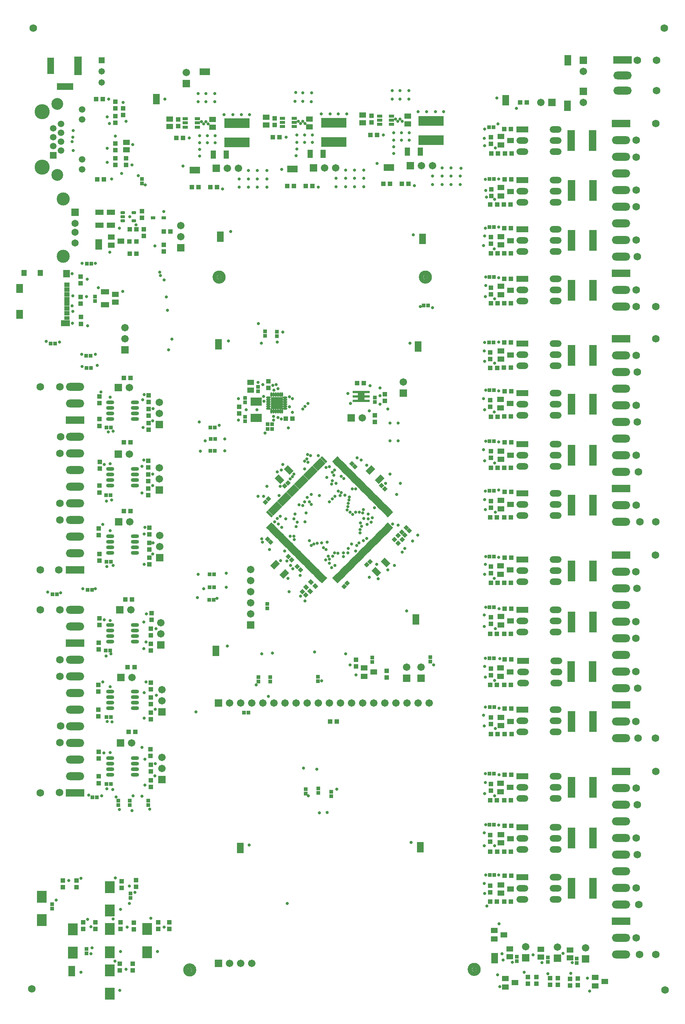
<source format=gbr>
%TF.GenerationSoftware,Altium Limited,Altium Designer,19.1.5 (86)*%
G04 Layer_Color=8388736*
%FSLAX26Y26*%
%MOIN*%
%TF.FileFunction,Soldermask,Top*%
%TF.Part,Single*%
G01*
G75*
%TA.AperFunction,NonConductor*%
%ADD10C,0.019685*%
%TA.AperFunction,ComponentPad*%
%ADD77R,0.058000X0.058000*%
%ADD78C,0.058000*%
%ADD79R,0.067055X0.067055*%
%ADD80C,0.067055*%
%ADD81R,0.067055X0.067055*%
%ADD82R,0.108000X0.058000*%
%ADD83O,0.108000X0.058000*%
%ADD84C,0.118236*%
%ADD85C,0.065087*%
%ADD86R,0.065087X0.065087*%
%ADD87C,0.068000*%
%ADD88R,0.147764X0.059181*%
%ADD89R,0.059181X0.147764*%
%ADD90R,0.069024X0.169417*%
%ADD91R,0.059181X0.059181*%
%ADD92C,0.059181*%
%ADD93C,0.135953*%
%ADD94C,0.106425*%
%TA.AperFunction,ViaPad*%
%ADD95C,0.068000*%
%ADD96C,0.028000*%
%ADD97C,0.027685*%
%TA.AperFunction,NonConductor*%
%ADD110C,0.039370*%
%TA.AperFunction,SMDPad,CuDef*%
G04:AMPARAMS|DCode=111|XSize=74.929mil|YSize=49.339mil|CornerRadius=0mil|HoleSize=0mil|Usage=FLASHONLY|Rotation=225.000|XOffset=0mil|YOffset=0mil|HoleType=Round|Shape=Rectangle|*
%AMROTATEDRECTD111*
4,1,4,0.009048,0.043935,0.043935,0.009048,-0.009048,-0.043935,-0.043935,-0.009048,0.009048,0.043935,0.0*
%
%ADD111ROTATEDRECTD111*%

G04:AMPARAMS|DCode=112|XSize=74.929mil|YSize=49.339mil|CornerRadius=0mil|HoleSize=0mil|Usage=FLASHONLY|Rotation=135.000|XOffset=0mil|YOffset=0mil|HoleType=Round|Shape=Rectangle|*
%AMROTATEDRECTD112*
4,1,4,0.043935,-0.009048,0.009048,-0.043935,-0.043935,0.009048,-0.009048,0.043935,0.043935,-0.009048,0.0*
%
%ADD112ROTATEDRECTD112*%

%ADD113P,0.046947X4X360.0*%
%ADD114P,0.046947X4X270.0*%
%ADD115P,0.050288X4X360.0*%
G04:AMPARAMS|DCode=116|XSize=41.465mil|YSize=33.591mil|CornerRadius=0mil|HoleSize=0mil|Usage=FLASHONLY|Rotation=135.000|XOffset=0mil|YOffset=0mil|HoleType=Round|Shape=Rectangle|*
%AMROTATEDRECTD116*
4,1,4,0.026536,-0.002784,0.002784,-0.026536,-0.026536,0.002784,-0.002784,0.026536,0.026536,-0.002784,0.0*
%
%ADD116ROTATEDRECTD116*%

%ADD117R,0.102488X0.074929*%
%ADD118R,0.047370X0.031622*%
G04:AMPARAMS|DCode=119|XSize=29.654mil|YSize=39.496mil|CornerRadius=5.949mil|HoleSize=0mil|Usage=FLASHONLY|Rotation=90.000|XOffset=0mil|YOffset=0mil|HoleType=Round|Shape=RoundedRectangle|*
%AMROUNDEDRECTD119*
21,1,0.029654,0.027599,0,0,90.0*
21,1,0.017756,0.039496,0,0,90.0*
1,1,0.011898,0.013799,0.008878*
1,1,0.011898,0.013799,-0.008878*
1,1,0.011898,-0.013799,-0.008878*
1,1,0.011898,-0.013799,0.008878*
%
%ADD119ROUNDEDRECTD119*%
%ADD120R,0.047370X0.023748*%
%ADD121R,0.058394X0.102488*%
%ADD122O,0.072961X0.033591*%
%ADD123O,0.043433X0.017843*%
%ADD124O,0.017843X0.043433*%
%ADD125R,0.106425X0.106425*%
%ADD126R,0.063118X0.094614*%
%ADD127R,0.094614X0.063118*%
%TA.AperFunction,ConnectorPad*%
%ADD128R,0.061150X0.082803*%
%ADD129R,0.047370X0.055244*%
%ADD130R,0.061150X0.069024*%
%ADD131R,0.051307X0.041465*%
%ADD132R,0.051307X0.037528*%
%ADD133R,0.078866X0.054063*%
%TA.AperFunction,SMDPad,CuDef*%
%ADD134R,0.086740X0.106425*%
%ADD135R,0.043433X0.041465*%
%ADD136R,0.041465X0.043433*%
%ADD137R,0.059181X0.049339*%
%ADD138R,0.063118X0.047370*%
%ADD139R,0.230047X0.085953*%
%TA.AperFunction,ConnectorPad*%
%ADD140R,0.165480X0.070992*%
%ADD141O,0.165480X0.070992*%
%TA.AperFunction,SMDPad,CuDef*%
%ADD142R,0.165480X0.070992*%
%ADD143O,0.165480X0.070992*%
%ADD144R,0.067055X0.189102*%
%ADD145R,0.039496X0.031622*%
%ADD146R,0.033197X0.033197*%
%ADD147R,0.033197X0.033197*%
%ADD148R,0.049339X0.074929*%
%ADD149R,0.074929X0.049339*%
%TA.AperFunction,ConnectorPad*%
%ADD150R,0.086740X0.106425*%
%TA.AperFunction,SMDPad,CuDef*%
G04:AMPARAMS|DCode=151|XSize=19.811mil|YSize=69.024mil|CornerRadius=0mil|HoleSize=0mil|Usage=FLASHONLY|Rotation=45.000|XOffset=0mil|YOffset=0mil|HoleType=Round|Shape=Rectangle|*
%AMROTATEDRECTD151*
4,1,4,0.017399,-0.031408,-0.031408,0.017399,-0.017399,0.031408,0.031408,-0.017399,0.017399,-0.031408,0.0*
%
%ADD151ROTATEDRECTD151*%

G04:AMPARAMS|DCode=152|XSize=19.811mil|YSize=69.024mil|CornerRadius=0mil|HoleSize=0mil|Usage=FLASHONLY|Rotation=315.000|XOffset=0mil|YOffset=0mil|HoleType=Round|Shape=Rectangle|*
%AMROTATEDRECTD152*
4,1,4,-0.031408,-0.017399,0.017399,0.031408,0.031408,0.017399,-0.017399,-0.031408,-0.031408,-0.017399,0.0*
%
%ADD152ROTATEDRECTD152*%

D10*
X4704748Y7250000D02*
G03*
X4704748Y7250000I-9748J0D01*
G01*
X2844748D02*
G03*
X2844748Y7250000I-9748J0D01*
G01*
X5144748Y1010000D02*
G03*
X5144748Y1010000I-9748J0D01*
G01*
X2579748Y1005000D02*
G03*
X2579748Y1005000I-9748J0D01*
G01*
D77*
X1775000Y9205000D02*
D03*
D78*
Y9105000D02*
D03*
Y9005000D02*
D03*
D79*
X5835000Y8825000D02*
D03*
X2810000Y8230000D02*
D03*
X3685000Y8235000D02*
D03*
X4560000Y8253780D02*
D03*
X4025000Y5980000D02*
D03*
X2830000Y3410000D02*
D03*
Y1065000D02*
D03*
X1945000Y3050000D02*
D03*
X1950000Y3640000D02*
D03*
X1940000Y4250000D02*
D03*
X1930000Y5045000D02*
D03*
X1925000Y5655000D02*
D03*
Y6255000D02*
D03*
D80*
X5735000Y8825000D02*
D03*
X2910000Y8230000D02*
D03*
X3010000D02*
D03*
X3785000Y8235000D02*
D03*
X3885000D02*
D03*
X4660000Y8253780D02*
D03*
X4760000D02*
D03*
X2490000Y7615000D02*
D03*
Y7715000D02*
D03*
X4495000Y6305000D02*
D03*
X1985000Y6695000D02*
D03*
Y6795000D02*
D03*
X2320000Y2820000D02*
D03*
Y2920000D02*
D03*
Y3430000D02*
D03*
Y3530000D02*
D03*
X2310000Y4035000D02*
D03*
Y4135000D02*
D03*
X4125000Y5980000D02*
D03*
X2300000Y4820000D02*
D03*
Y4920000D02*
D03*
X2295000Y5430000D02*
D03*
Y5530000D02*
D03*
Y6020000D02*
D03*
Y6120000D02*
D03*
X4655000Y3735000D02*
D03*
X4525000D02*
D03*
X2930000Y3410000D02*
D03*
X3030000D02*
D03*
X3130000D02*
D03*
X3230000D02*
D03*
X3330000D02*
D03*
X3430000D02*
D03*
X3530000D02*
D03*
X3630000D02*
D03*
X3730000D02*
D03*
X3830000D02*
D03*
X3930000D02*
D03*
X4030000D02*
D03*
X4130000D02*
D03*
X4230000D02*
D03*
X4330000D02*
D03*
X4430000D02*
D03*
X4530000D02*
D03*
X4630000D02*
D03*
X4730000D02*
D03*
X3130000Y1065000D02*
D03*
X3030000D02*
D03*
X2930000D02*
D03*
X2045000Y3050000D02*
D03*
X2050000Y3640000D02*
D03*
X2040000Y4250000D02*
D03*
X2030000Y5045000D02*
D03*
X2025000Y5655000D02*
D03*
Y6255000D02*
D03*
X6120000Y9105000D02*
D03*
X2540000Y9095000D02*
D03*
X6120000Y8825000D02*
D03*
X3120000Y4215000D02*
D03*
Y4315000D02*
D03*
Y4415000D02*
D03*
Y4515000D02*
D03*
Y4615000D02*
D03*
X6140000Y1205000D02*
D03*
X5885000Y1210000D02*
D03*
X5600000Y1215000D02*
D03*
D81*
X2490000Y7515000D02*
D03*
X4495000Y6205000D02*
D03*
X1985000Y6595000D02*
D03*
X2320000Y2720000D02*
D03*
Y3330000D02*
D03*
X2310000Y3935000D02*
D03*
X2300000Y4720000D02*
D03*
X2295000Y5330000D02*
D03*
Y5920000D02*
D03*
X4655000Y3635000D02*
D03*
X4525000D02*
D03*
X6120000Y9205000D02*
D03*
X2540000Y8995000D02*
D03*
X6120000Y8925000D02*
D03*
X3120000Y4115000D02*
D03*
X6140000Y1105000D02*
D03*
X5885000Y1110000D02*
D03*
X5600000Y1115000D02*
D03*
D82*
X5570000Y1840000D02*
D03*
Y2290000D02*
D03*
Y2750000D02*
D03*
Y3350000D02*
D03*
X5575000Y3790000D02*
D03*
X5570000Y4250000D02*
D03*
Y4705000D02*
D03*
Y5300000D02*
D03*
Y5745000D02*
D03*
Y6205000D02*
D03*
Y6650000D02*
D03*
Y7235000D02*
D03*
Y7680000D02*
D03*
Y8125000D02*
D03*
Y8580000D02*
D03*
D83*
Y1740000D02*
D03*
Y1640000D02*
D03*
X5870000Y1840000D02*
D03*
Y1740000D02*
D03*
Y1640000D02*
D03*
X5570000Y2190000D02*
D03*
Y2090000D02*
D03*
X5870000Y2290000D02*
D03*
Y2190000D02*
D03*
Y2090000D02*
D03*
X5570000Y2650000D02*
D03*
Y2550000D02*
D03*
X5870000Y2750000D02*
D03*
Y2650000D02*
D03*
Y2550000D02*
D03*
X5570000Y3250000D02*
D03*
Y3150000D02*
D03*
X5870000Y3350000D02*
D03*
Y3250000D02*
D03*
Y3150000D02*
D03*
X5575000Y3690000D02*
D03*
Y3590000D02*
D03*
X5875000Y3790000D02*
D03*
Y3690000D02*
D03*
Y3590000D02*
D03*
X5570000Y4150000D02*
D03*
Y4050000D02*
D03*
X5870000Y4250000D02*
D03*
Y4150000D02*
D03*
Y4050000D02*
D03*
X5570000Y4605000D02*
D03*
Y4505000D02*
D03*
X5870000Y4705000D02*
D03*
Y4605000D02*
D03*
Y4505000D02*
D03*
X5570000Y5200000D02*
D03*
Y5100000D02*
D03*
X5870000Y5300000D02*
D03*
Y5200000D02*
D03*
Y5100000D02*
D03*
X5570000Y5645000D02*
D03*
Y5545000D02*
D03*
X5870000Y5745000D02*
D03*
Y5645000D02*
D03*
Y5545000D02*
D03*
X5570000Y6105000D02*
D03*
Y6005000D02*
D03*
X5870000Y6205000D02*
D03*
Y6105000D02*
D03*
Y6005000D02*
D03*
X5570000Y6550000D02*
D03*
Y6450000D02*
D03*
X5870000Y6650000D02*
D03*
Y6550000D02*
D03*
Y6450000D02*
D03*
X5570000Y7135000D02*
D03*
Y7035000D02*
D03*
X5870000Y7235000D02*
D03*
Y7135000D02*
D03*
Y7035000D02*
D03*
X5570000Y7580000D02*
D03*
Y7480000D02*
D03*
X5870000Y7680000D02*
D03*
Y7580000D02*
D03*
Y7480000D02*
D03*
X5570000Y8025000D02*
D03*
Y7925000D02*
D03*
X5870000Y8125000D02*
D03*
Y8025000D02*
D03*
Y7925000D02*
D03*
X5570000Y8480000D02*
D03*
Y8380000D02*
D03*
X5870000Y8580000D02*
D03*
Y8480000D02*
D03*
Y8380000D02*
D03*
D84*
X1428347Y7436339D02*
D03*
Y7953661D02*
D03*
D85*
X1535039Y7557205D02*
D03*
Y7655630D02*
D03*
Y7734370D02*
D03*
D86*
Y7832795D02*
D03*
D87*
X1223976Y2600000D02*
D03*
Y4251575D02*
D03*
X6771024Y2795000D02*
D03*
Y1143425D02*
D03*
X6770000Y4745000D02*
D03*
Y3093425D02*
D03*
X1223976Y4610000D02*
D03*
Y6261575D02*
D03*
X6771024Y6695000D02*
D03*
Y5043425D02*
D03*
X6780000Y9205000D02*
D03*
Y8931378D02*
D03*
X6771024Y8635000D02*
D03*
Y6983425D02*
D03*
D88*
X1444921Y8966024D02*
D03*
D89*
X1316968Y9155000D02*
D03*
D90*
X1563032D02*
D03*
D91*
X1339921Y8349213D02*
D03*
D92*
X1410000Y8630315D02*
D03*
Y8389370D02*
D03*
X1339921Y8590157D02*
D03*
Y8429528D02*
D03*
X1410000Y8550000D02*
D03*
Y8469685D02*
D03*
X1339921Y8509843D02*
D03*
X1599764Y8759843D02*
D03*
Y8219685D02*
D03*
Y8669685D02*
D03*
Y8309843D02*
D03*
D93*
X1239921Y8239764D02*
D03*
Y8739764D02*
D03*
D94*
X1374961Y8169882D02*
D03*
Y8809646D02*
D03*
D95*
X1145000Y835000D02*
D03*
X6855000Y825000D02*
D03*
X6850000Y9495000D02*
D03*
X1160000D02*
D03*
X1400000Y3055000D02*
D03*
Y3650000D02*
D03*
Y4250000D02*
D03*
Y5060000D02*
D03*
Y5660000D02*
D03*
Y6260000D02*
D03*
X6595000Y1295000D02*
D03*
Y1745000D02*
D03*
Y2195000D02*
D03*
Y2645000D02*
D03*
X6593976Y3245000D02*
D03*
Y3695000D02*
D03*
Y4145000D02*
D03*
Y4595000D02*
D03*
X6595000Y5195000D02*
D03*
Y5645000D02*
D03*
Y6095000D02*
D03*
Y6545000D02*
D03*
Y7135000D02*
D03*
Y7585000D02*
D03*
Y8035000D02*
D03*
Y8485000D02*
D03*
X1395000Y2605000D02*
D03*
X1405000Y3205000D02*
D03*
X1400000Y3800000D02*
D03*
X1390000Y4610000D02*
D03*
X1400000Y5210000D02*
D03*
X1405000Y5810000D02*
D03*
X6625000Y1145000D02*
D03*
X6620000Y1595000D02*
D03*
X6605000Y2045000D02*
D03*
Y2495000D02*
D03*
X6613976Y3095000D02*
D03*
X6608976Y3545000D02*
D03*
X6593976Y3995000D02*
D03*
X6603976Y4445000D02*
D03*
X6630000Y5045000D02*
D03*
X6615000Y5495000D02*
D03*
X6605000Y5945000D02*
D03*
Y6395000D02*
D03*
X6595000Y6985000D02*
D03*
X6605000Y7435000D02*
D03*
X6595000Y7885000D02*
D03*
Y8330000D02*
D03*
X6605000Y9205000D02*
D03*
D96*
X4415000Y4650000D02*
D03*
X4065000Y4780000D02*
D03*
X4470000Y5390000D02*
D03*
X4335000D02*
D03*
X4115000Y5600000D02*
D03*
X4080000Y5620000D02*
D03*
X3395000Y5510000D02*
D03*
X3360000Y5495000D02*
D03*
X3235000Y5275000D02*
D03*
X3185000D02*
D03*
X3290000Y4795000D02*
D03*
X3220000Y4890000D02*
D03*
X3445000Y4690000D02*
D03*
X3500000Y4620000D02*
D03*
X3565000Y4560000D02*
D03*
X3880000Y4650000D02*
D03*
X3850000Y4630000D02*
D03*
X3510000Y5475000D02*
D03*
X3495000Y5450000D02*
D03*
X3475000Y5430000D02*
D03*
X3465000Y4415000D02*
D03*
X4400000Y5025000D02*
D03*
X3935000Y5455000D02*
D03*
X3875000Y5510000D02*
D03*
X3830000Y5540000D02*
D03*
X3855000Y5490000D02*
D03*
X3800000Y5535000D02*
D03*
X3870000Y5465000D02*
D03*
X4010000Y5266000D02*
D03*
X4035000Y5340000D02*
D03*
X4065000D02*
D03*
X4005000Y5240000D02*
D03*
X3909231Y5321000D02*
D03*
X3960000Y5435000D02*
D03*
X4000000Y5210000D02*
D03*
X3995000Y5180000D02*
D03*
X3990000Y5150000D02*
D03*
X4015000Y5130000D02*
D03*
X4065000D02*
D03*
X3970000Y5285000D02*
D03*
X4235000Y5170000D02*
D03*
X4120000Y5003846D02*
D03*
X4105000Y4975000D02*
D03*
Y4945000D02*
D03*
X4030000Y4845000D02*
D03*
X4000000Y4805000D02*
D03*
X3995000Y4765000D02*
D03*
X3360000Y5075000D02*
D03*
X3385000Y5095000D02*
D03*
Y5365000D02*
D03*
X3605000Y5225000D02*
D03*
X3650000D02*
D03*
X3557000Y5198000D02*
D03*
X3635000Y5580000D02*
D03*
X3605000Y5520000D02*
D03*
X3660000Y5640000D02*
D03*
X3605000Y5590000D02*
D03*
X3625000Y5610000D02*
D03*
X3630971Y5651000D02*
D03*
X4095000Y4855000D02*
D03*
X4075000Y4830000D02*
D03*
X3955000Y4765000D02*
D03*
Y4730000D02*
D03*
X3905000Y4760000D02*
D03*
X3875000Y4765000D02*
D03*
X3830000Y4708000D02*
D03*
X4165000Y4895000D02*
D03*
X4135000Y4875000D02*
D03*
X4449747Y5014746D02*
D03*
X3935000Y5309000D02*
D03*
X3730000Y5640000D02*
D03*
X3375000Y5280000D02*
D03*
X3225000Y4860000D02*
D03*
X3370000Y5025000D02*
D03*
X3335000Y5045000D02*
D03*
X3397884Y4995357D02*
D03*
X3510000Y4915000D02*
D03*
X3475000D02*
D03*
X3512559Y4885000D02*
D03*
X3425000Y4780000D02*
D03*
X3480000Y4650000D02*
D03*
X4450000Y5775000D02*
D03*
Y5935000D02*
D03*
X4375000D02*
D03*
Y5775000D02*
D03*
X1940000Y820000D02*
D03*
X1650000Y1460000D02*
D03*
X1945000Y1550000D02*
D03*
X1680000Y1395000D02*
D03*
X3450000Y1605000D02*
D03*
X4485472Y8655000D02*
D03*
X4465472Y8675000D02*
D03*
X4445472Y8655000D02*
D03*
X4425472Y8675000D02*
D03*
X4785000Y8740000D02*
D03*
X3910000Y8720000D02*
D03*
X3550000Y8655000D02*
D03*
X3570000Y8635000D02*
D03*
X3590000Y8655000D02*
D03*
X3610000Y8635000D02*
D03*
X3035000Y8715000D02*
D03*
X2735000Y8630000D02*
D03*
X2715000Y8650000D02*
D03*
X2695000Y8630000D02*
D03*
X1775000Y2575000D02*
D03*
X1880000Y1465000D02*
D03*
X3665000Y5200000D02*
D03*
X3330000Y6230000D02*
D03*
X3365000Y6245000D02*
D03*
X1800000Y5560000D02*
D03*
X2270000Y3480000D02*
D03*
X1405000Y4405000D02*
D03*
X4257500Y4660000D02*
D03*
X3695000Y3870000D02*
D03*
X5345000Y960000D02*
D03*
X1815000Y3835000D02*
D03*
X2170000Y8080000D02*
D03*
X2105000Y8165000D02*
D03*
X1395000Y6665000D02*
D03*
X1275000Y6670000D02*
D03*
X1290000Y4410000D02*
D03*
X4650000Y6985000D02*
D03*
X4760000Y6975000D02*
D03*
X2835000Y5915000D02*
D03*
X2655000Y5945000D02*
D03*
X2815000Y4355000D02*
D03*
X2640000Y4360000D02*
D03*
X3640000Y2575000D02*
D03*
X3595000Y2825000D02*
D03*
X2210000Y2455000D02*
D03*
X2140000Y2570000D02*
D03*
X1660000Y2580000D02*
D03*
X1600000Y6445000D02*
D03*
X1735000Y6455000D02*
D03*
X3360000Y6665000D02*
D03*
X3410000Y6755000D02*
D03*
X2885000Y5790000D02*
D03*
X2710000Y5775000D02*
D03*
X2900000Y4455000D02*
D03*
X2695000Y4440000D02*
D03*
X3170000Y3575000D02*
D03*
X3220000Y3855000D02*
D03*
X3760000Y3610000D02*
D03*
X3810000Y2425000D02*
D03*
X3895000Y2635000D02*
D03*
X1935000Y2450000D02*
D03*
X1905000Y2565000D02*
D03*
X3215000Y6655000D02*
D03*
X3190000Y6830000D02*
D03*
X2665000Y5680000D02*
D03*
X2885000Y5685000D02*
D03*
X2900000Y4580000D02*
D03*
X2645000Y4570000D02*
D03*
X3315000Y3860000D02*
D03*
X3280000Y3470000D02*
D03*
X3740000Y2420000D02*
D03*
X3715000Y2815000D02*
D03*
X2050000Y2440000D02*
D03*
X2060000Y2575000D02*
D03*
X1605000Y4440000D02*
D03*
X1720000D02*
D03*
X1595000Y6555000D02*
D03*
X1720000D02*
D03*
Y7375000D02*
D03*
X1600000D02*
D03*
X4585000Y7630000D02*
D03*
X2940000Y7660000D02*
D03*
X4555000Y6655000D02*
D03*
X2920000Y6675000D02*
D03*
X2910000Y3925000D02*
D03*
X4525000Y4240000D02*
D03*
X4565000Y2155000D02*
D03*
X3105000Y2130000D02*
D03*
X2280000Y1170000D02*
D03*
X1945000D02*
D03*
X3975000Y3855000D02*
D03*
X3460000Y5890000D02*
D03*
X4285000Y6180000D02*
D03*
X4195000Y6270000D02*
D03*
X3410000Y5560000D02*
D03*
X3390000Y4695000D02*
D03*
X4165000Y5555000D02*
D03*
X4135000Y5155000D02*
D03*
X4100000Y5130000D02*
D03*
X4180000Y5115000D02*
D03*
X1800000Y4160000D02*
D03*
X1795000Y2960000D02*
D03*
X2235000Y5955000D02*
D03*
X2240000Y6065000D02*
D03*
X2160000Y6190000D02*
D03*
X1770000Y6215000D02*
D03*
X1880000Y5860000D02*
D03*
X2235000Y5370000D02*
D03*
Y5475000D02*
D03*
X2155000Y5600000D02*
D03*
X1865000Y5240000D02*
D03*
X1785000Y5020000D02*
D03*
X2165000Y4995000D02*
D03*
X2240000Y4855000D02*
D03*
X2235000Y4755000D02*
D03*
X1880000Y4650000D02*
D03*
X2175000Y3960000D02*
D03*
X2265000Y4080000D02*
D03*
X2180000Y4215000D02*
D03*
X1860000Y3855000D02*
D03*
X2260000Y3355000D02*
D03*
X2175000Y3600000D02*
D03*
X1785000D02*
D03*
X1870000Y3240000D02*
D03*
X2255000Y2755000D02*
D03*
X2260000Y2865000D02*
D03*
X2140000Y3010000D02*
D03*
X1875000Y2630000D02*
D03*
X2055000Y8445000D02*
D03*
X2085000Y7720000D02*
D03*
X1965000Y7120000D02*
D03*
X4355000Y6060000D02*
D03*
X3185000Y6300000D02*
D03*
X2075000Y1705000D02*
D03*
X1690000Y1205000D02*
D03*
X1895000Y1085000D02*
D03*
X2220000Y1470000D02*
D03*
X1900000Y1835000D02*
D03*
X1590000Y1830000D02*
D03*
X6005000Y975000D02*
D03*
X5800000Y970000D02*
D03*
X5585000Y985000D02*
D03*
X5355000Y1860000D02*
D03*
X5320000Y2125000D02*
D03*
X5355000Y2310000D02*
D03*
X5320000Y2575000D02*
D03*
X5360000Y2765000D02*
D03*
X5325000Y3180000D02*
D03*
X5360000Y3365000D02*
D03*
X5320000Y3615000D02*
D03*
X5365000Y3810000D02*
D03*
X5325000Y4080000D02*
D03*
X5360000Y4260000D02*
D03*
X5315000Y4535000D02*
D03*
X5355000Y4725000D02*
D03*
X5325000Y5130000D02*
D03*
X5355000Y5330000D02*
D03*
X5320000Y5575000D02*
D03*
X5355000Y5765000D02*
D03*
X5315000Y6035000D02*
D03*
X5355000Y6225000D02*
D03*
X5320000Y6475000D02*
D03*
X5355000Y6665000D02*
D03*
X5320000Y7055000D02*
D03*
X5355000Y7245000D02*
D03*
X5315000Y7505000D02*
D03*
X5355000Y7700000D02*
D03*
X5320000Y7950000D02*
D03*
X5355000Y8135000D02*
D03*
X5325000Y8415000D02*
D03*
X5350000Y8630000D02*
D03*
X5250000Y1580000D02*
D03*
X5935000Y1155000D02*
D03*
X5665000Y1140000D02*
D03*
X5385000Y1150000D02*
D03*
X4545000Y8930000D02*
D03*
X4465000D02*
D03*
X4395000D02*
D03*
Y8855000D02*
D03*
X4465000D02*
D03*
X4545000D02*
D03*
X4630000Y8740000D02*
D03*
X4705000D02*
D03*
X4860000D02*
D03*
X4410000Y8365000D02*
D03*
Y8425000D02*
D03*
Y8485000D02*
D03*
X4480000D02*
D03*
X4550000D02*
D03*
Y8550000D02*
D03*
X4480000D02*
D03*
X4410000D02*
D03*
X4315000Y8530000D02*
D03*
X4260000Y8275000D02*
D03*
X3400000Y8220000D02*
D03*
X3755000Y8720000D02*
D03*
X3835000D02*
D03*
X3985000D02*
D03*
X3605000Y8530000D02*
D03*
X3675000D02*
D03*
Y8465000D02*
D03*
X3535000Y8405000D02*
D03*
X3530000Y8345000D02*
D03*
X3535000Y8465000D02*
D03*
X3605000D02*
D03*
X3535000Y8530000D02*
D03*
X3440000Y8510000D02*
D03*
X3665000Y8830000D02*
D03*
X3525000Y8915000D02*
D03*
X3520000Y8835000D02*
D03*
X3590000D02*
D03*
X3670000Y8910000D02*
D03*
X3590000D02*
D03*
X2795000Y8830000D02*
D03*
X2715000D02*
D03*
X2645000D02*
D03*
X2795000Y8905000D02*
D03*
X2715000D02*
D03*
X2645000D02*
D03*
X2660000Y8460000D02*
D03*
X2730000D02*
D03*
X2800000D02*
D03*
X2660000Y8525000D02*
D03*
X2730000D02*
D03*
X2800000D02*
D03*
X2660000Y8400000D02*
D03*
Y8340000D02*
D03*
X2510000Y8250000D02*
D03*
X2675000Y8650000D02*
D03*
X2565000Y8505000D02*
D03*
X3110000Y8715000D02*
D03*
X2960000D02*
D03*
X2880000D02*
D03*
X3015000Y8135000D02*
D03*
Y8060000D02*
D03*
X3100000D02*
D03*
Y8135000D02*
D03*
Y8210000D02*
D03*
X3180000Y8135000D02*
D03*
X3265000D02*
D03*
X3180000Y8060000D02*
D03*
X3265000D02*
D03*
X3180000Y8210000D02*
D03*
X3265000D02*
D03*
Y5365000D02*
D03*
X3250000Y5845000D02*
D03*
X2027795Y7795000D02*
D03*
X2255000Y7530000D02*
D03*
X5015000Y8230000D02*
D03*
X1513720Y6833721D02*
D03*
X1510610Y7279390D02*
D03*
X2340000Y7225000D02*
D03*
X2305000Y7265000D02*
D03*
X2300000Y7295000D02*
D03*
X1821890Y2636890D02*
D03*
X1853780Y2963780D02*
D03*
X2165000Y2905000D02*
D03*
Y2670000D02*
D03*
X2160000Y3505000D02*
D03*
Y3275000D02*
D03*
X1853780Y3558780D02*
D03*
X1825000Y3245000D02*
D03*
X1853780Y4153780D02*
D03*
X2155000Y3900000D02*
D03*
Y4140000D02*
D03*
X2160000Y4935000D02*
D03*
X2159488Y4659488D02*
D03*
X1853780Y4963780D02*
D03*
Y5566220D02*
D03*
Y6166220D02*
D03*
X1821890Y4641890D02*
D03*
X1818780Y5231221D02*
D03*
X2140000Y5305000D02*
D03*
Y5545000D02*
D03*
X1680000Y1150000D02*
D03*
X2025000Y1605000D02*
D03*
X5240000Y1860000D02*
D03*
Y2315000D02*
D03*
X5235000Y2775000D02*
D03*
Y3375000D02*
D03*
Y3815000D02*
D03*
X5240000Y4275000D02*
D03*
Y4730000D02*
D03*
X5235000Y5320000D02*
D03*
X5240000Y5770000D02*
D03*
Y6230000D02*
D03*
X5230000Y6660000D02*
D03*
X5240000Y7250000D02*
D03*
X5235000Y7690000D02*
D03*
Y8130000D02*
D03*
X5230000Y8585000D02*
D03*
X6020000Y1070000D02*
D03*
X5745000D02*
D03*
X5480000Y1075000D02*
D03*
X4770000Y3755000D02*
D03*
X1995000Y8655000D02*
D03*
X1900000Y8520000D02*
D03*
X3320000Y6275000D02*
D03*
X3350000Y6280000D02*
D03*
X2335000Y7840000D02*
D03*
X2410000Y6690000D02*
D03*
X2380000Y6595000D02*
D03*
X2370000Y6950000D02*
D03*
X2360000Y7070000D02*
D03*
X4510000Y4805000D02*
D03*
X4140000Y5075000D02*
D03*
X4108760Y5035529D02*
D03*
X4435000Y5290000D02*
D03*
X3890000Y5390000D02*
D03*
X4375000Y5475000D02*
D03*
X4355000Y4610000D02*
D03*
X4190000Y4545000D02*
D03*
X4015000Y3755000D02*
D03*
X4270000Y4530000D02*
D03*
X4170000Y5020811D02*
D03*
X4180000Y5070000D02*
D03*
X4130000Y5125000D02*
D03*
X4040000Y5110000D02*
D03*
X3820000Y4735000D02*
D03*
X3795000Y4700000D02*
D03*
X3470000Y6170000D02*
D03*
X3495000Y6030000D02*
D03*
X3830000Y5225000D02*
D03*
X3665000Y5290000D02*
D03*
X3630000Y5265000D02*
D03*
X3860000Y4735000D02*
D03*
X3740000Y5280000D02*
D03*
X4215000Y5080000D02*
D03*
X3325000Y5960000D02*
D03*
X3855000Y5250000D02*
D03*
X3880000Y5275000D02*
D03*
X3635000Y6110000D02*
D03*
X3610000Y6085000D02*
D03*
X3590000Y6060000D02*
D03*
X3470000Y6080000D02*
D03*
X3775000Y4810000D02*
D03*
X3365000Y5985000D02*
D03*
X3510000Y5070000D02*
D03*
X3810000Y4860000D02*
D03*
X3540000Y5040000D02*
D03*
X3690000Y4845000D02*
D03*
X3720000Y4850000D02*
D03*
X3760000Y4855000D02*
D03*
X3800000Y4795000D02*
D03*
X4205000Y5040000D02*
D03*
X3830000Y4670000D02*
D03*
X3995000Y6200000D02*
D03*
X4285000Y6250000D02*
D03*
X3665000Y4830000D02*
D03*
X3590000Y5190000D02*
D03*
X3650000Y4875000D02*
D03*
X3620000Y5125000D02*
D03*
X3610000Y5045000D02*
D03*
X3530000Y5000000D02*
D03*
X3925000Y5280000D02*
D03*
X3805000Y5445000D02*
D03*
X1480000Y1810000D02*
D03*
X2625000Y3330000D02*
D03*
X3435000Y5070000D02*
D03*
X3518883Y5115000D02*
D03*
X3850000Y5385000D02*
D03*
X3855000Y5415000D02*
D03*
X4760000Y8160000D02*
D03*
Y8085000D02*
D03*
X4845000D02*
D03*
Y8160000D02*
D03*
Y8235000D02*
D03*
X4925000Y8160000D02*
D03*
X5010000D02*
D03*
X4925000Y8085000D02*
D03*
X5010000D02*
D03*
X4925000Y8235000D02*
D03*
X4140000Y8215000D02*
D03*
X4055000D02*
D03*
X4140000Y8065000D02*
D03*
X4055000D02*
D03*
X4140000Y8140000D02*
D03*
X4055000D02*
D03*
X3975000Y8215000D02*
D03*
Y8140000D02*
D03*
Y8065000D02*
D03*
X3890000D02*
D03*
Y8140000D02*
D03*
X5225000Y8500000D02*
D03*
X2345000Y8855000D02*
D03*
X5515000Y8770000D02*
D03*
X5340000Y8865000D02*
D03*
X4070000Y3665000D02*
D03*
X2025000Y1760000D02*
D03*
X2340000Y1390000D02*
D03*
X2005000D02*
D03*
X1995000Y1010000D02*
D03*
X1590000Y985000D02*
D03*
X1365000Y1635000D02*
D03*
X6155000Y930000D02*
D03*
X5365000Y855000D02*
D03*
X6175000Y815000D02*
D03*
X5360000Y1420000D02*
D03*
X5395000Y1095000D02*
D03*
X5225000Y1785000D02*
D03*
X5230000Y1695000D02*
D03*
X5225000Y2240000D02*
D03*
Y2125000D02*
D03*
X5235000Y2695000D02*
D03*
X5230000Y2595000D02*
D03*
X5220000Y3300000D02*
D03*
X5225000Y3205000D02*
D03*
X5230000Y3740000D02*
D03*
X5235000Y3645000D02*
D03*
X5225000Y4205000D02*
D03*
Y4100000D02*
D03*
X5230000Y4570000D02*
D03*
X5235000Y4660000D02*
D03*
X5230000Y5245000D02*
D03*
X5235000Y5155000D02*
D03*
X5220000Y5695000D02*
D03*
X5230000Y5595000D02*
D03*
X5220000Y6155000D02*
D03*
X5230000Y6055000D02*
D03*
X5225000Y6585000D02*
D03*
X5230000Y6490000D02*
D03*
X5240000Y7175000D02*
D03*
X5235000Y7075000D02*
D03*
X5220000Y7535000D02*
D03*
X5230000Y7620000D02*
D03*
X5240000Y8030000D02*
D03*
X5245000Y7970000D02*
D03*
X5230000Y8435000D02*
D03*
X1835000Y5855000D02*
D03*
X2145000Y6145000D02*
D03*
X2150000Y5895000D02*
D03*
X1645000Y7230000D02*
D03*
X1515000Y6940000D02*
D03*
Y7080000D02*
D03*
X1510000Y6990000D02*
D03*
X1650000Y6810000D02*
D03*
X1640000Y7075000D02*
D03*
X1745000Y7155000D02*
D03*
X1935000Y7690000D02*
D03*
X1850000Y7475000D02*
D03*
X1825000Y8285000D02*
D03*
Y8410000D02*
D03*
Y8695000D02*
D03*
X1840000Y8855000D02*
D03*
X1970000Y8825000D02*
D03*
X1955000Y8185000D02*
D03*
X1865000Y8135000D02*
D03*
X2050000Y8260000D02*
D03*
X1845000Y8635000D02*
D03*
X1520000Y8390000D02*
D03*
X1510000Y8470000D02*
D03*
X1520000Y8570000D02*
D03*
X1515000Y8510000D02*
D03*
X4595000Y8075000D02*
D03*
X3730000Y8060000D02*
D03*
X2865000Y8045000D02*
D03*
X3455000Y4535000D02*
D03*
X4020000Y6110000D02*
D03*
X4285000Y6105000D02*
D03*
X4190000Y6045000D02*
D03*
X3495000Y6155000D02*
D03*
X3235000Y6175000D02*
D03*
X3240000Y6130000D02*
D03*
X3325000Y5995000D02*
D03*
X3395000Y5970000D02*
D03*
X3230000Y6280000D02*
D03*
X3175000Y6055000D02*
D03*
X3009419Y5959419D02*
D03*
X3080000Y6055000D02*
D03*
X3009419Y6155581D02*
D03*
X4580000Y4870000D02*
D03*
X4625000Y4925000D02*
D03*
X4485000Y4770000D02*
D03*
X3610000Y4330000D02*
D03*
X3570000Y4375000D02*
D03*
D97*
X3333150Y6136811D02*
D03*
X3376457D02*
D03*
X3333150Y6093504D02*
D03*
X3376457D02*
D03*
D110*
X4734370Y7250000D02*
G03*
X4734370Y7250000I-39370J0D01*
G01*
X2874370D02*
G03*
X2874370Y7250000I-39370J0D01*
G01*
X5174370Y1010000D02*
G03*
X5174370Y1010000I-39370J0D01*
G01*
X2609370Y1005000D02*
G03*
X2609370Y1005000I-39370J0D01*
G01*
D111*
X3421062Y4573938D02*
D03*
X3338938Y4656062D02*
D03*
X4281062Y5428938D02*
D03*
X4198938Y5511062D02*
D03*
D112*
X3378938Y5428938D02*
D03*
X3461062Y5511062D02*
D03*
X4253938Y4593938D02*
D03*
X4336062Y4676062D02*
D03*
D113*
X3252194Y5222194D02*
D03*
X3280311Y5250311D02*
D03*
X4167194Y4657194D02*
D03*
X4195311Y4685311D02*
D03*
X3427194Y5367194D02*
D03*
X3455311Y5395311D02*
D03*
X3962194Y4462194D02*
D03*
X3990311Y4490311D02*
D03*
D114*
X4032194Y5567806D02*
D03*
X4060311Y5539689D02*
D03*
X3567806Y4612194D02*
D03*
X3539689Y4640311D02*
D03*
X4328117Y5341883D02*
D03*
X4300000Y5370000D02*
D03*
X4521941Y4992552D02*
D03*
X4550059Y4964435D02*
D03*
X3487806Y4702194D02*
D03*
X3459689Y4730311D02*
D03*
X3272194Y4887806D02*
D03*
X3300311Y4859689D02*
D03*
X4481941Y4952552D02*
D03*
X4510059Y4924435D02*
D03*
X3587194Y4412806D02*
D03*
X3615311Y4384689D02*
D03*
D115*
X4449949Y4919545D02*
D03*
X4484747Y4884746D02*
D03*
X4415150D02*
D03*
X4449949Y4849948D02*
D03*
D116*
X3664176Y4501758D02*
D03*
X3701758Y4464176D02*
D03*
X3618242Y4455824D02*
D03*
X3655824Y4418242D02*
D03*
D117*
X3170000Y6127835D02*
D03*
Y5982165D02*
D03*
D118*
X2639134Y8602598D02*
D03*
Y8640000D02*
D03*
Y8677401D02*
D03*
X2530866D02*
D03*
Y8640000D02*
D03*
Y8602598D02*
D03*
X3514134Y8607598D02*
D03*
Y8645000D02*
D03*
Y8682401D02*
D03*
X3405866D02*
D03*
Y8645000D02*
D03*
Y8607598D02*
D03*
X4389606Y8627598D02*
D03*
Y8665000D02*
D03*
Y8702401D02*
D03*
X4281339D02*
D03*
Y8665000D02*
D03*
Y8627598D02*
D03*
D119*
X1964803Y7832402D02*
D03*
Y7795000D02*
D03*
Y7757599D02*
D03*
X2065197D02*
D03*
Y7832402D02*
D03*
D120*
X4062244Y6214370D02*
D03*
Y6175000D02*
D03*
Y6135630D02*
D03*
X4167756Y6214370D02*
D03*
Y6175000D02*
D03*
Y6135630D02*
D03*
D121*
X4115000Y6175000D02*
D03*
D122*
X1853780Y2915000D02*
D03*
Y2865000D02*
D03*
Y2815000D02*
D03*
Y2765000D02*
D03*
X2076220Y2915000D02*
D03*
Y2865000D02*
D03*
Y2815000D02*
D03*
Y2765000D02*
D03*
X1853780Y3515000D02*
D03*
Y3465000D02*
D03*
Y3415000D02*
D03*
Y3365000D02*
D03*
X2076220Y3515000D02*
D03*
Y3465000D02*
D03*
Y3415000D02*
D03*
Y3365000D02*
D03*
X1853780Y4115000D02*
D03*
Y4065000D02*
D03*
Y4015000D02*
D03*
Y3965000D02*
D03*
X2076220Y4115000D02*
D03*
Y4065000D02*
D03*
Y4015000D02*
D03*
Y3965000D02*
D03*
X1853780Y4915000D02*
D03*
Y4865000D02*
D03*
Y4815000D02*
D03*
Y4765000D02*
D03*
X2076220Y4915000D02*
D03*
Y4865000D02*
D03*
Y4815000D02*
D03*
Y4765000D02*
D03*
X1853780Y5520000D02*
D03*
Y5470000D02*
D03*
Y5420000D02*
D03*
Y5370000D02*
D03*
X2076220Y5520000D02*
D03*
Y5470000D02*
D03*
Y5420000D02*
D03*
Y5370000D02*
D03*
X1853780Y6120000D02*
D03*
Y6070000D02*
D03*
Y6020000D02*
D03*
Y5970000D02*
D03*
X2076220Y6120000D02*
D03*
Y6070000D02*
D03*
Y6020000D02*
D03*
Y5970000D02*
D03*
D123*
X3280000Y6164370D02*
D03*
Y6144685D02*
D03*
Y6125000D02*
D03*
Y6105315D02*
D03*
Y6085630D02*
D03*
Y6065945D02*
D03*
X3429606D02*
D03*
Y6085630D02*
D03*
Y6105315D02*
D03*
Y6125000D02*
D03*
Y6144685D02*
D03*
Y6164370D02*
D03*
D124*
X3305591Y6040354D02*
D03*
X3325276D02*
D03*
X3344961D02*
D03*
X3364646D02*
D03*
X3384331D02*
D03*
X3404016D02*
D03*
Y6189961D02*
D03*
X3384331D02*
D03*
X3364646D02*
D03*
X3344961D02*
D03*
X3325276D02*
D03*
X3305591D02*
D03*
D125*
X3354803Y6115158D02*
D03*
D126*
X4650000Y2110000D02*
D03*
X3025000Y2105000D02*
D03*
X4670000Y7595000D02*
D03*
X2845000Y7615000D02*
D03*
X4610000Y4165000D02*
D03*
X4630000Y6625000D02*
D03*
X2830000Y6645000D02*
D03*
X2805000Y3880000D02*
D03*
X5320000Y1110000D02*
D03*
X5420000Y8845000D02*
D03*
X1505000Y995000D02*
D03*
X2270000Y8855000D02*
D03*
X1750000Y7545000D02*
D03*
X5980000Y9205000D02*
D03*
X5975000Y8795000D02*
D03*
D127*
X2615000Y8215000D02*
D03*
X3495000Y8225000D02*
D03*
X4365000Y8239213D02*
D03*
X2705000Y9100000D02*
D03*
D128*
X1036909Y6913445D02*
D03*
Y7148484D02*
D03*
D129*
X1220965Y7286280D02*
D03*
X1075295D02*
D03*
D130*
X1458169Y7279390D02*
D03*
D131*
X1463091Y7182539D02*
D03*
Y7139232D02*
D03*
Y7095925D02*
D03*
Y7052618D02*
D03*
Y7009311D02*
D03*
Y6966004D02*
D03*
Y6922697D02*
D03*
D132*
Y6881358D02*
D03*
D133*
X1449311Y6833721D02*
D03*
D134*
X1235000Y1664331D02*
D03*
Y1455669D02*
D03*
X1850000Y1165669D02*
D03*
Y1374331D02*
D03*
X2185000Y1165669D02*
D03*
Y1374331D02*
D03*
X1515000Y1160669D02*
D03*
Y1369331D02*
D03*
X1850000Y1540669D02*
D03*
Y1749331D02*
D03*
D135*
X2055000Y1060512D02*
D03*
Y999488D02*
D03*
X2065000Y1430512D02*
D03*
Y1369488D02*
D03*
X1720000Y1435512D02*
D03*
Y1374488D02*
D03*
X2385000Y1435512D02*
D03*
Y1374488D02*
D03*
X2085000Y1815512D02*
D03*
Y1754488D02*
D03*
X4240000Y5944488D02*
D03*
Y6005512D02*
D03*
X4345000Y3700512D02*
D03*
Y3639488D02*
D03*
X4070000Y3800512D02*
D03*
Y3739488D02*
D03*
X2465000Y8670512D02*
D03*
Y8609488D02*
D03*
X3335000Y8680512D02*
D03*
Y8619488D02*
D03*
X4210000Y8705512D02*
D03*
Y8644488D02*
D03*
X2155000Y7680512D02*
D03*
Y7619488D02*
D03*
X2140000Y7845512D02*
D03*
Y7784488D02*
D03*
X2335000Y7540512D02*
D03*
Y7479488D02*
D03*
X4330000Y6134488D02*
D03*
Y6195512D02*
D03*
X6000000Y925512D02*
D03*
Y864488D02*
D03*
X5820000Y930512D02*
D03*
Y869488D02*
D03*
X5620000Y940512D02*
D03*
Y879488D02*
D03*
X1940000Y1060512D02*
D03*
Y999488D02*
D03*
X1945000Y1435512D02*
D03*
Y1374488D02*
D03*
X1610000Y1435512D02*
D03*
Y1374488D02*
D03*
X2285000Y1435512D02*
D03*
Y1374488D02*
D03*
X1955000Y1805512D02*
D03*
Y1744488D02*
D03*
X1590000Y6890000D02*
D03*
Y6828976D02*
D03*
X1585000Y7193976D02*
D03*
Y7255000D02*
D03*
Y7009488D02*
D03*
Y7070512D02*
D03*
X1750000Y2750000D02*
D03*
Y2688976D02*
D03*
X1745000Y3350512D02*
D03*
Y3289488D02*
D03*
X2215000Y2995512D02*
D03*
Y2934488D02*
D03*
X2220000Y2715512D02*
D03*
Y2654488D02*
D03*
Y2855512D02*
D03*
Y2794488D02*
D03*
X1750000Y2970512D02*
D03*
Y2909488D02*
D03*
X2220000Y3595512D02*
D03*
Y3534488D02*
D03*
Y3325512D02*
D03*
Y3264488D02*
D03*
Y3460512D02*
D03*
Y3399488D02*
D03*
X1745000Y3575512D02*
D03*
Y3514488D02*
D03*
X1750000Y3955512D02*
D03*
Y3894488D02*
D03*
X1755000Y4755512D02*
D03*
Y4694488D02*
D03*
X2225000Y4220512D02*
D03*
Y4159488D02*
D03*
X2220000Y3945512D02*
D03*
Y3884488D02*
D03*
Y4080512D02*
D03*
Y4019488D02*
D03*
X1755000Y4175512D02*
D03*
Y4114488D02*
D03*
X2205000Y4990512D02*
D03*
Y4929488D02*
D03*
Y4720512D02*
D03*
Y4659488D02*
D03*
Y4855512D02*
D03*
Y4794488D02*
D03*
X1750000Y4985000D02*
D03*
Y4923976D02*
D03*
X1755000Y5370000D02*
D03*
Y5308976D02*
D03*
Y5970000D02*
D03*
Y5908976D02*
D03*
X2195000Y5595000D02*
D03*
Y5533976D02*
D03*
Y5345512D02*
D03*
Y5284488D02*
D03*
Y5470512D02*
D03*
Y5409488D02*
D03*
X1760000Y5585512D02*
D03*
Y5524488D02*
D03*
X2200000Y6185000D02*
D03*
Y6123976D02*
D03*
Y5935000D02*
D03*
Y5873976D02*
D03*
Y6060512D02*
D03*
Y5999488D02*
D03*
X1755000Y6175512D02*
D03*
Y6114488D02*
D03*
X1900000Y8701024D02*
D03*
Y8640000D02*
D03*
Y8320512D02*
D03*
Y8259488D02*
D03*
Y8831024D02*
D03*
Y8770000D02*
D03*
Y8455512D02*
D03*
Y8394488D02*
D03*
X1425000Y1749488D02*
D03*
Y1810512D02*
D03*
X1550000D02*
D03*
Y1749488D02*
D03*
X3015000Y6019488D02*
D03*
Y6080512D02*
D03*
X3280000Y6249488D02*
D03*
Y6310512D02*
D03*
X5280000Y1765512D02*
D03*
Y1704488D02*
D03*
Y2220512D02*
D03*
Y2159488D02*
D03*
X5285000Y2680512D02*
D03*
Y2619488D02*
D03*
Y3280512D02*
D03*
Y3219488D02*
D03*
Y3720512D02*
D03*
Y3659488D02*
D03*
Y4185512D02*
D03*
Y4124488D02*
D03*
Y4640512D02*
D03*
Y4579488D02*
D03*
Y5230512D02*
D03*
Y5169488D02*
D03*
Y5680512D02*
D03*
Y5619488D02*
D03*
X5280000Y6570512D02*
D03*
Y6509488D02*
D03*
Y6140512D02*
D03*
Y6079488D02*
D03*
X5285000Y7610512D02*
D03*
Y7549488D02*
D03*
Y7155512D02*
D03*
Y7094488D02*
D03*
X5290000Y8040512D02*
D03*
Y7979488D02*
D03*
X5285000Y8510512D02*
D03*
Y8449488D02*
D03*
X6070000Y927480D02*
D03*
Y866457D02*
D03*
X5890000Y932480D02*
D03*
Y871457D02*
D03*
X5695000Y942480D02*
D03*
Y881457D02*
D03*
X1970000Y8771024D02*
D03*
Y8710000D02*
D03*
X1995000Y8320512D02*
D03*
Y8259488D02*
D03*
D136*
X5549488Y8825000D02*
D03*
X5610512D02*
D03*
X2650512Y8060000D02*
D03*
X2589488D02*
D03*
X3510512Y8070000D02*
D03*
X3449488D02*
D03*
X4375512Y8090000D02*
D03*
X4314488D02*
D03*
X2090512Y7680000D02*
D03*
X2029488D02*
D03*
X2335000Y7660000D02*
D03*
X2396024D02*
D03*
X4140512Y6295000D02*
D03*
X4079488D02*
D03*
X3834488Y3245000D02*
D03*
X3895512D02*
D03*
X2080512Y3150000D02*
D03*
X2019488D02*
D03*
X2071024Y3735000D02*
D03*
X2010000D02*
D03*
X2050000Y4345000D02*
D03*
X1988976D02*
D03*
X2035512Y5140000D02*
D03*
X1974488D02*
D03*
X2036024Y5760000D02*
D03*
X1975000D02*
D03*
X2035512Y6340000D02*
D03*
X1974488D02*
D03*
X1724488Y8855000D02*
D03*
X1785512D02*
D03*
X1735000Y8130000D02*
D03*
X1796024D02*
D03*
X3495512Y5975000D02*
D03*
X3434488D02*
D03*
X5340512Y1620000D02*
D03*
X5279488D02*
D03*
X5341024Y2070000D02*
D03*
X5280000D02*
D03*
X5470512Y1855000D02*
D03*
X5409488D02*
D03*
X5470512Y2305000D02*
D03*
X5409488D02*
D03*
X5340512Y2535000D02*
D03*
X5279488D02*
D03*
X5345512Y3130000D02*
D03*
X5284488D02*
D03*
X5470512Y2765000D02*
D03*
X5409488D02*
D03*
X5470512Y3360000D02*
D03*
X5409488D02*
D03*
X5340512Y3575000D02*
D03*
X5279488D02*
D03*
X5340512Y4035000D02*
D03*
X5279488D02*
D03*
X5470512Y3805000D02*
D03*
X5409488D02*
D03*
X5470512Y4260000D02*
D03*
X5409488D02*
D03*
X5345512Y4495000D02*
D03*
X5284488D02*
D03*
X5340512Y5085000D02*
D03*
X5279488D02*
D03*
X5470512Y4720000D02*
D03*
X5409488D02*
D03*
X5470512Y5315000D02*
D03*
X5409488D02*
D03*
X5345512Y5530000D02*
D03*
X5284488D02*
D03*
X5470512Y5760000D02*
D03*
X5409488D02*
D03*
X5345512Y5990000D02*
D03*
X5284488D02*
D03*
X5341024Y6430000D02*
D03*
X5280000D02*
D03*
X5470512Y6220000D02*
D03*
X5409488D02*
D03*
X5465512Y6660000D02*
D03*
X5404488D02*
D03*
X5345512Y7015000D02*
D03*
X5284488D02*
D03*
X5345512Y7465000D02*
D03*
X5284488D02*
D03*
X5465512Y7235000D02*
D03*
X5404488D02*
D03*
X5465512Y7690000D02*
D03*
X5404488D02*
D03*
X5341024Y7905000D02*
D03*
X5280000D02*
D03*
X5350512Y8365000D02*
D03*
X5289488D02*
D03*
X5470512Y8130000D02*
D03*
X5409488D02*
D03*
X5466024Y8585000D02*
D03*
X5405000D02*
D03*
X2817480Y8060000D02*
D03*
X2756457D02*
D03*
X3677480Y8070000D02*
D03*
X3616457D02*
D03*
X4542480Y8090000D02*
D03*
X4481457D02*
D03*
X2027520Y7570000D02*
D03*
X2088543D02*
D03*
X2028976Y7460000D02*
D03*
X2090000D02*
D03*
X5467480Y1620000D02*
D03*
X5406457D02*
D03*
X5467480Y2070000D02*
D03*
X5406457D02*
D03*
X5467480Y2535000D02*
D03*
X5406457D02*
D03*
X5471024Y3130000D02*
D03*
X5410000D02*
D03*
X5467480Y3575000D02*
D03*
X5406457D02*
D03*
X5467480Y4035000D02*
D03*
X5406457D02*
D03*
X5467480Y4495000D02*
D03*
X5406457D02*
D03*
X5467480Y5085000D02*
D03*
X5406457D02*
D03*
X5467480Y5530000D02*
D03*
X5406457D02*
D03*
X5467480Y5995000D02*
D03*
X5406457D02*
D03*
X5465000Y6435000D02*
D03*
X5403976D02*
D03*
X5467480Y7015000D02*
D03*
X5406457D02*
D03*
X5466024Y7465000D02*
D03*
X5405000D02*
D03*
X5462480Y7905000D02*
D03*
X5401457D02*
D03*
X5472480Y8365000D02*
D03*
X5411457D02*
D03*
X2510512Y8505000D02*
D03*
X2449488D02*
D03*
X3380512Y8510000D02*
D03*
X3319488D02*
D03*
X4260512Y8530000D02*
D03*
X4199488D02*
D03*
D137*
X2390000Y8675000D02*
D03*
Y8606102D02*
D03*
X3260000Y8689449D02*
D03*
Y8620551D02*
D03*
X4130000Y8709449D02*
D03*
Y8640551D02*
D03*
X6000000Y1184449D02*
D03*
Y1115551D02*
D03*
X5735000Y1189449D02*
D03*
Y1120551D02*
D03*
X5455000Y1194449D02*
D03*
Y1125551D02*
D03*
X1900000Y7093898D02*
D03*
Y7025000D02*
D03*
X2000000Y8396102D02*
D03*
Y8465000D02*
D03*
X3120000Y6230551D02*
D03*
Y6299449D02*
D03*
X2775000Y8600551D02*
D03*
Y8669449D02*
D03*
X3650000Y8605551D02*
D03*
Y8674449D02*
D03*
X4535000Y8630551D02*
D03*
Y8699449D02*
D03*
D138*
X5463307Y1735000D02*
D03*
X5376693Y1697599D02*
D03*
Y1772402D02*
D03*
X5461614Y2187598D02*
D03*
X5375000Y2150197D02*
D03*
Y2225000D02*
D03*
X5458307Y2650000D02*
D03*
X5371693Y2612599D02*
D03*
Y2687402D02*
D03*
X5463307Y3245000D02*
D03*
X5376693Y3207599D02*
D03*
Y3282402D02*
D03*
X5458307Y3690000D02*
D03*
X5371693Y3652599D02*
D03*
Y3727402D02*
D03*
X5461614Y4152401D02*
D03*
X5375000Y4115000D02*
D03*
Y4189803D02*
D03*
X5458307Y4610000D02*
D03*
X5371693Y4572599D02*
D03*
Y4647402D02*
D03*
X5463307Y5200000D02*
D03*
X5376693Y5162599D02*
D03*
Y5237402D02*
D03*
X5463307Y5645000D02*
D03*
X5376693Y5607599D02*
D03*
Y5682402D02*
D03*
X5458307Y6110000D02*
D03*
X5371693Y6072599D02*
D03*
Y6147402D02*
D03*
X5461614Y6547401D02*
D03*
X5375000Y6510000D02*
D03*
Y6584803D02*
D03*
X5463307Y7130000D02*
D03*
X5376693Y7092599D02*
D03*
Y7167402D02*
D03*
X5461614Y7577401D02*
D03*
X5375000Y7540000D02*
D03*
Y7614803D02*
D03*
X5463307Y8020000D02*
D03*
X5376693Y7982599D02*
D03*
Y8057402D02*
D03*
X5463307Y8480000D02*
D03*
X5376693Y8442599D02*
D03*
Y8517402D02*
D03*
X1948307Y7575000D02*
D03*
X1861693Y7537599D02*
D03*
Y7612402D02*
D03*
X6313307Y900000D02*
D03*
X6226693Y862598D02*
D03*
Y937402D02*
D03*
X5503307Y890000D02*
D03*
X5416693Y852598D02*
D03*
Y927402D02*
D03*
X5401614Y1322598D02*
D03*
X5315000Y1285197D02*
D03*
Y1360000D02*
D03*
X4228307Y3690000D02*
D03*
X4141693Y3652599D02*
D03*
Y3727402D02*
D03*
D139*
X2995000Y8636220D02*
D03*
Y8463780D02*
D03*
X3870000Y8641220D02*
D03*
Y8468780D02*
D03*
X4745000Y8656220D02*
D03*
Y8483780D02*
D03*
D140*
X1535000Y2600000D02*
D03*
Y3950000D02*
D03*
Y4610000D02*
D03*
Y5960000D02*
D03*
X6470945Y9206969D02*
D03*
D141*
X1535000Y2750000D02*
D03*
Y2900000D02*
D03*
Y3050000D02*
D03*
Y3200000D02*
D03*
Y3350000D02*
D03*
Y3500000D02*
D03*
Y3650000D02*
D03*
Y3800000D02*
D03*
Y4100000D02*
D03*
Y4250000D02*
D03*
Y4760000D02*
D03*
Y4910000D02*
D03*
Y5060000D02*
D03*
Y5210000D02*
D03*
Y5360000D02*
D03*
Y5510000D02*
D03*
Y5660000D02*
D03*
Y5810000D02*
D03*
Y6110000D02*
D03*
Y6260000D02*
D03*
X6470945Y9069173D02*
D03*
Y8931378D02*
D03*
D142*
X6460000Y2795000D02*
D03*
Y1445000D02*
D03*
X6458976Y4745000D02*
D03*
Y3395000D02*
D03*
X6460000Y6695000D02*
D03*
Y5345000D02*
D03*
Y8635000D02*
D03*
Y7285000D02*
D03*
D143*
Y2645000D02*
D03*
Y2495000D02*
D03*
Y2345000D02*
D03*
Y2195000D02*
D03*
Y2045000D02*
D03*
Y1895000D02*
D03*
Y1745000D02*
D03*
Y1595000D02*
D03*
Y1295000D02*
D03*
Y1145000D02*
D03*
X6458976Y4595000D02*
D03*
Y4445000D02*
D03*
Y4295000D02*
D03*
Y4145000D02*
D03*
Y3995000D02*
D03*
Y3845000D02*
D03*
Y3695000D02*
D03*
Y3545000D02*
D03*
Y3245000D02*
D03*
Y3095000D02*
D03*
X6460000Y6545000D02*
D03*
Y6395000D02*
D03*
Y6245000D02*
D03*
Y6095000D02*
D03*
Y5945000D02*
D03*
Y5795000D02*
D03*
Y5645000D02*
D03*
Y5495000D02*
D03*
Y5195000D02*
D03*
Y5045000D02*
D03*
Y8485000D02*
D03*
Y8335000D02*
D03*
Y8185000D02*
D03*
Y8035000D02*
D03*
Y7885000D02*
D03*
Y7735000D02*
D03*
Y7585000D02*
D03*
Y7435000D02*
D03*
Y7135000D02*
D03*
Y6985000D02*
D03*
D144*
X6206457Y1740000D02*
D03*
X6013543D02*
D03*
X6205000Y2195000D02*
D03*
X6012087D02*
D03*
X6206457Y2650000D02*
D03*
X6013543D02*
D03*
X6205000Y3245000D02*
D03*
X6012087D02*
D03*
X6201457Y3695000D02*
D03*
X6008543D02*
D03*
X6205000Y4140000D02*
D03*
X6012087D02*
D03*
X6206457Y4600000D02*
D03*
X6013543D02*
D03*
X6206457Y5195000D02*
D03*
X6013543D02*
D03*
X6206457Y5645000D02*
D03*
X6013543D02*
D03*
X6206457Y6105000D02*
D03*
X6013543D02*
D03*
X6206457Y6545000D02*
D03*
X6013543D02*
D03*
X6206457Y7130000D02*
D03*
X6013543D02*
D03*
X6206457Y7580000D02*
D03*
X6013543D02*
D03*
X6206457Y8030000D02*
D03*
X6013543D02*
D03*
X6201457Y8480000D02*
D03*
X6008543D02*
D03*
D145*
X2335000Y7785000D02*
D03*
X2240512D02*
D03*
D146*
X1925000Y2491890D02*
D03*
Y2531653D02*
D03*
X3355000Y6716890D02*
D03*
Y6756654D02*
D03*
X3190000Y3643110D02*
D03*
Y3603347D02*
D03*
X3725000Y3648110D02*
D03*
Y3608347D02*
D03*
X3845000Y2571890D02*
D03*
Y2611653D02*
D03*
X3250000Y6720000D02*
D03*
Y6759764D02*
D03*
X3295000Y3645000D02*
D03*
Y3605236D02*
D03*
X3730000Y2600000D02*
D03*
Y2639764D02*
D03*
X2030000Y2491890D02*
D03*
Y2531653D02*
D03*
X3615000Y2633110D02*
D03*
Y2593347D02*
D03*
X2195000Y2530000D02*
D03*
Y2490236D02*
D03*
X2140000Y8135000D02*
D03*
Y8095236D02*
D03*
X4740000Y3825000D02*
D03*
Y3785236D02*
D03*
X6060000Y1108110D02*
D03*
Y1068347D02*
D03*
X5800000Y1118110D02*
D03*
Y1078347D02*
D03*
X5520000Y1123110D02*
D03*
Y1083347D02*
D03*
X2035000Y1693110D02*
D03*
Y1653347D02*
D03*
X1640000Y1193110D02*
D03*
Y1153347D02*
D03*
X3270000Y4265236D02*
D03*
Y4305000D02*
D03*
X4215000Y3821220D02*
D03*
Y3781457D02*
D03*
X4240000Y6165000D02*
D03*
Y6125236D02*
D03*
X1715000Y7033779D02*
D03*
Y7073543D02*
D03*
X1330000Y1556890D02*
D03*
Y1596653D02*
D03*
X3070000Y5990000D02*
D03*
Y5950236D02*
D03*
Y6121890D02*
D03*
Y6161654D02*
D03*
X3185000Y6221890D02*
D03*
Y6261654D02*
D03*
D147*
X4718110Y6995000D02*
D03*
X4678346D02*
D03*
X2798110Y5790000D02*
D03*
X2758347D02*
D03*
X2788110Y4455000D02*
D03*
X2748347D02*
D03*
X2795000Y5685000D02*
D03*
X2755236D02*
D03*
X2788110Y4570000D02*
D03*
X2748347D02*
D03*
X1678110Y6430000D02*
D03*
X1638347D02*
D03*
X1733110Y2560000D02*
D03*
X1693347D02*
D03*
X2756890Y5895000D02*
D03*
X2796653D02*
D03*
X2746890Y4340000D02*
D03*
X2786653D02*
D03*
X1650000Y4430000D02*
D03*
X1689764D02*
D03*
X1636890Y6540000D02*
D03*
X1676653D02*
D03*
X1641890Y7370000D02*
D03*
X1681653D02*
D03*
X1331890Y4390000D02*
D03*
X1371653D02*
D03*
X1315000Y6650000D02*
D03*
X1354764D02*
D03*
X3098110Y3325000D02*
D03*
X3058347D02*
D03*
X5315000Y1860000D02*
D03*
X5275236D02*
D03*
X5313110Y2315000D02*
D03*
X5273346D02*
D03*
X5313110Y2775000D02*
D03*
X5273346D02*
D03*
X5316221Y3375000D02*
D03*
X5276457D02*
D03*
X5313110Y3815000D02*
D03*
X5273346D02*
D03*
X5313110Y4275000D02*
D03*
X5273346D02*
D03*
X5313110Y4730000D02*
D03*
X5273346D02*
D03*
X5313110Y5325000D02*
D03*
X5273346D02*
D03*
X5313110Y5770000D02*
D03*
X5273346D02*
D03*
X5313110Y6230000D02*
D03*
X5273346D02*
D03*
X5308110Y6660000D02*
D03*
X5268346D02*
D03*
X5313110Y7250000D02*
D03*
X5273346D02*
D03*
X5313110Y7700000D02*
D03*
X5273346D02*
D03*
X5313110Y8135000D02*
D03*
X5273346D02*
D03*
X5308110Y8600000D02*
D03*
X5268346D02*
D03*
X1858110Y2680000D02*
D03*
X1818347D02*
D03*
X1860000Y3285000D02*
D03*
X1820236D02*
D03*
X1853110Y3885000D02*
D03*
X1813347D02*
D03*
X1858110Y4685000D02*
D03*
X1818347D02*
D03*
X1855000Y5285000D02*
D03*
X1815236D02*
D03*
X1860000Y5895000D02*
D03*
X1820236D02*
D03*
X3271890Y5880000D02*
D03*
X3311653D02*
D03*
X3271890Y5925000D02*
D03*
X3311653D02*
D03*
D148*
X2781929Y8355000D02*
D03*
X2898071D02*
D03*
X3656929Y8360000D02*
D03*
X3773071D02*
D03*
X4531929Y8380000D02*
D03*
X4648071D02*
D03*
D149*
X1860000Y7716929D02*
D03*
Y7833071D02*
D03*
X1755000Y7716929D02*
D03*
Y7833071D02*
D03*
X1805000Y7118071D02*
D03*
Y7001929D02*
D03*
D150*
X1850000Y790669D02*
D03*
Y999331D02*
D03*
D151*
X3777711Y5602711D02*
D03*
X3763791Y5588791D02*
D03*
X3749872Y5574872D02*
D03*
X3735952Y5560953D02*
D03*
X3722033Y5547033D02*
D03*
X3708114Y5533114D02*
D03*
X3694194Y5519194D02*
D03*
X3680275Y5505275D02*
D03*
X3666355Y5491355D02*
D03*
X3652436Y5477436D02*
D03*
X3638517Y5463517D02*
D03*
X3624597Y5449597D02*
D03*
X3610678Y5435678D02*
D03*
X3596758Y5421758D02*
D03*
X3582839Y5407839D02*
D03*
X3568919Y5393919D02*
D03*
X3555000Y5380000D02*
D03*
X3541081Y5366081D02*
D03*
X3527161Y5352161D02*
D03*
X3513242Y5338242D02*
D03*
X3499322Y5324322D02*
D03*
X3485403Y5310403D02*
D03*
X3471483Y5296483D02*
D03*
X3457564Y5282564D02*
D03*
X3443645Y5268645D02*
D03*
X3429725Y5254725D02*
D03*
X3415806Y5240806D02*
D03*
X3401886Y5226886D02*
D03*
X3387967Y5212967D02*
D03*
X3374048Y5199047D02*
D03*
X3360128Y5185128D02*
D03*
X3346209Y5171209D02*
D03*
X3332289Y5157289D02*
D03*
X3318370Y5143370D02*
D03*
X3304450Y5129450D02*
D03*
X3290531Y5115531D02*
D03*
X3886282Y4519779D02*
D03*
X3900202Y4533699D02*
D03*
X3914121Y4547618D02*
D03*
X3928041Y4561538D02*
D03*
X3941960Y4575457D02*
D03*
X3955880Y4589377D02*
D03*
X3969799Y4603296D02*
D03*
X3983718Y4617215D02*
D03*
X3997638Y4631135D02*
D03*
X4011557Y4645054D02*
D03*
X4025477Y4658974D02*
D03*
X4039396Y4672893D02*
D03*
X4053315Y4686813D02*
D03*
X4067235Y4700732D02*
D03*
X4081154Y4714651D02*
D03*
X4095074Y4728571D02*
D03*
X4108993Y4742490D02*
D03*
X4122913Y4756410D02*
D03*
X4136832Y4770329D02*
D03*
X4150751Y4784249D02*
D03*
X4164671Y4798168D02*
D03*
X4178590Y4812087D02*
D03*
X4192510Y4826007D02*
D03*
X4206429Y4839926D02*
D03*
X4220349Y4853846D02*
D03*
X4234268Y4867765D02*
D03*
X4248187Y4881685D02*
D03*
X4262107Y4895604D02*
D03*
X4276026Y4909523D02*
D03*
X4289946Y4923443D02*
D03*
X4303865Y4937362D02*
D03*
X4317784Y4951282D02*
D03*
X4331704Y4965201D02*
D03*
X4345623Y4979120D02*
D03*
X4359543Y4993040D02*
D03*
X4373462Y5006959D02*
D03*
D152*
X3290531D02*
D03*
X3304450Y4993040D02*
D03*
X3318370Y4979120D02*
D03*
X3332289Y4965201D02*
D03*
X3346209Y4951282D02*
D03*
X3360128Y4937362D02*
D03*
X3374048Y4923443D02*
D03*
X3387967Y4909523D02*
D03*
X3401886Y4895604D02*
D03*
X3415806Y4881685D02*
D03*
X3429725Y4867765D02*
D03*
X3443645Y4853846D02*
D03*
X3457564Y4839926D02*
D03*
X3471483Y4826007D02*
D03*
X3485403Y4812087D02*
D03*
X3499322Y4798168D02*
D03*
X3513242Y4784249D02*
D03*
X3527161Y4770329D02*
D03*
X3541081Y4756410D02*
D03*
X3555000Y4742490D02*
D03*
X3568919Y4728571D02*
D03*
X3582839Y4714651D02*
D03*
X3596758Y4700732D02*
D03*
X3610678Y4686813D02*
D03*
X3624597Y4672893D02*
D03*
X3638517Y4658974D02*
D03*
X3652436Y4645054D02*
D03*
X3666355Y4631135D02*
D03*
X3680275Y4617215D02*
D03*
X3694194Y4603296D02*
D03*
X3708114Y4589377D02*
D03*
X3722033Y4575457D02*
D03*
X3735952Y4561538D02*
D03*
X3749872Y4547618D02*
D03*
X3763791Y4533699D02*
D03*
X3777711Y4519779D02*
D03*
X4373462Y5115531D02*
D03*
X4359543Y5129450D02*
D03*
X4345623Y5143370D02*
D03*
X4331704Y5157289D02*
D03*
X4317784Y5171209D02*
D03*
X4303865Y5185128D02*
D03*
X4289946Y5199047D02*
D03*
X4276026Y5212967D02*
D03*
X4262107Y5226886D02*
D03*
X4248187Y5240806D02*
D03*
X4234268Y5254725D02*
D03*
X4220349Y5268645D02*
D03*
X4206429Y5282564D02*
D03*
X4192510Y5296483D02*
D03*
X4178590Y5310403D02*
D03*
X4164671Y5324322D02*
D03*
X4150751Y5338242D02*
D03*
X4136832Y5352161D02*
D03*
X4122913Y5366081D02*
D03*
X4108993Y5380000D02*
D03*
X4095074Y5393919D02*
D03*
X4081154Y5407839D02*
D03*
X4067235Y5421758D02*
D03*
X4053315Y5435678D02*
D03*
X4039396Y5449597D02*
D03*
X4025477Y5463517D02*
D03*
X4011557Y5477436D02*
D03*
X3997638Y5491355D02*
D03*
X3983718Y5505275D02*
D03*
X3969799Y5519194D02*
D03*
X3955880Y5533114D02*
D03*
X3941960Y5547033D02*
D03*
X3928041Y5560953D02*
D03*
X3914121Y5574872D02*
D03*
X3900202Y5588791D02*
D03*
X3886282Y5602711D02*
D03*
%TF.MD5,21e9128a10d5a62655138165989f79ef*%
M02*

</source>
